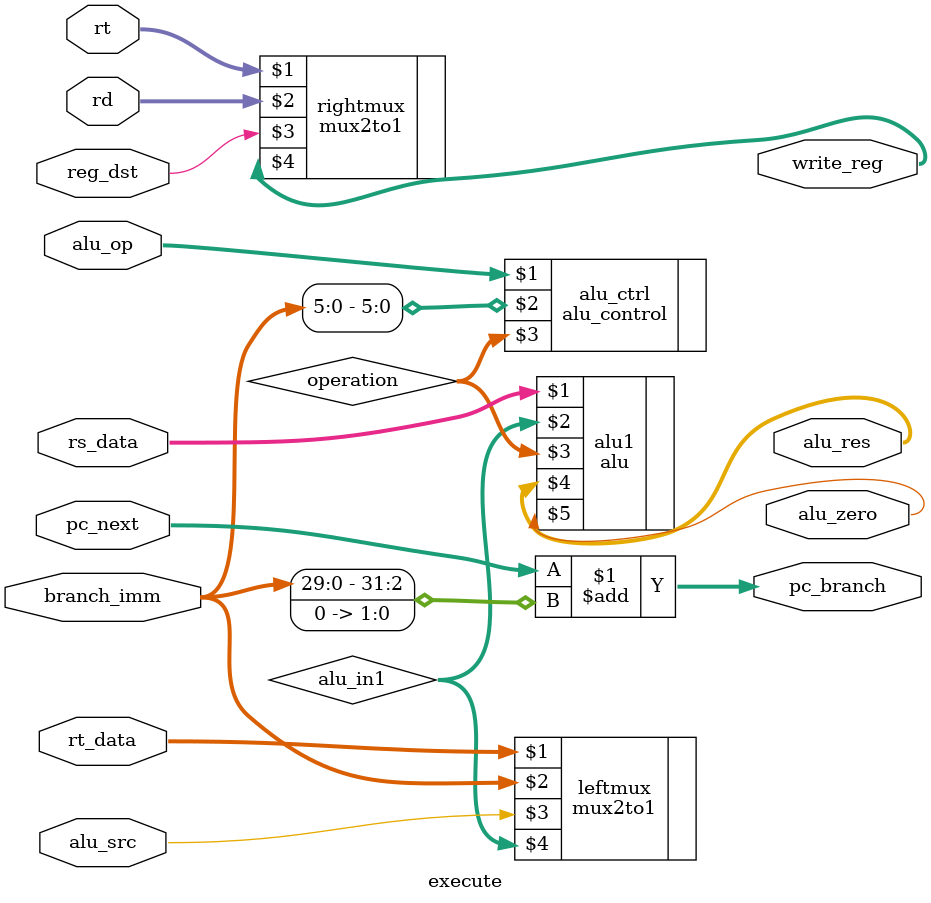
<source format=v>
`include "mux.v"
`include "alu_control.v"
`include "alu.v"

module execute(

    input alu_src,
    input [1:0] alu_op,
    input reg_dst,

    input [31:0] pc_next,
    input [31:0] branch_imm,

    input [31:0] rs_data,
    input [31:0] rt_data,
    input [4:0] rt,         // even though rt_data is present, rt is required in this stage separately
    input [4:0] rd,         // as above, rd is provided so that reg_dst (the input) can select between the two

    output [31:0] pc_branch,
    output alu_zero,
    output [31:0] alu_res,
    output [4:0] write_reg

);

    // Write your code below.

    wire        [31:0]  alu_in1;
    wire        [3:0]   operation;
    wire        [31:0]  pc_current;

    mux2to1     #(32)   leftmux (rt_data, branch_imm, alu_src, alu_in1);

    alu_control         alu_ctrl (alu_op, branch_imm[5:0], operation);
    
    alu                 alu1 (rs_data, alu_in1, operation, alu_res, alu_zero);

    mux2to1     #(5)    rightmux (rt, rd, reg_dst, write_reg);

    assign      pc_branch = pc_next + {branch_imm[29:0], 2'b00};


endmodule

</source>
